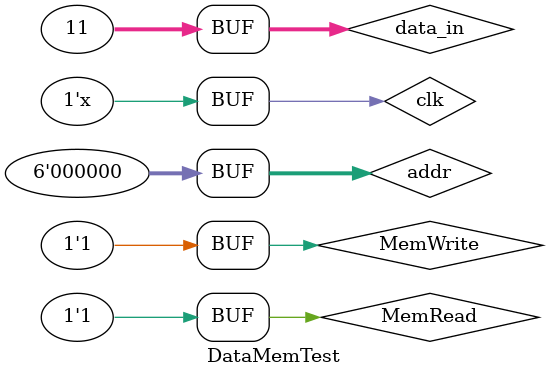
<source format=v>
`timescale 1ns / 1ps


module DataMemTest();

    reg clk, MemRead, MemWrite; 
    reg [5:0] addr;
    reg [31:0] data_in;
    wire [31:0] data_out;
    
    DataMem Mem( clk,MemRead,MemWrite,addr, data_in,data_out);
    initial begin
    clk=0;
    MemRead=1;
    MemWrite=1;
    addr=0;
    data_in=11;
    end
    
    always
    #10
     clk=~clk;
    
    
endmodule

</source>
